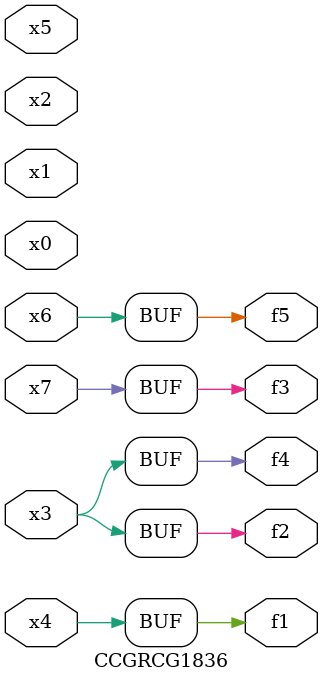
<source format=v>
module CCGRCG1836(
	input x0, x1, x2, x3, x4, x5, x6, x7,
	output f1, f2, f3, f4, f5
);
	assign f1 = x4;
	assign f2 = x3;
	assign f3 = x7;
	assign f4 = x3;
	assign f5 = x6;
endmodule

</source>
